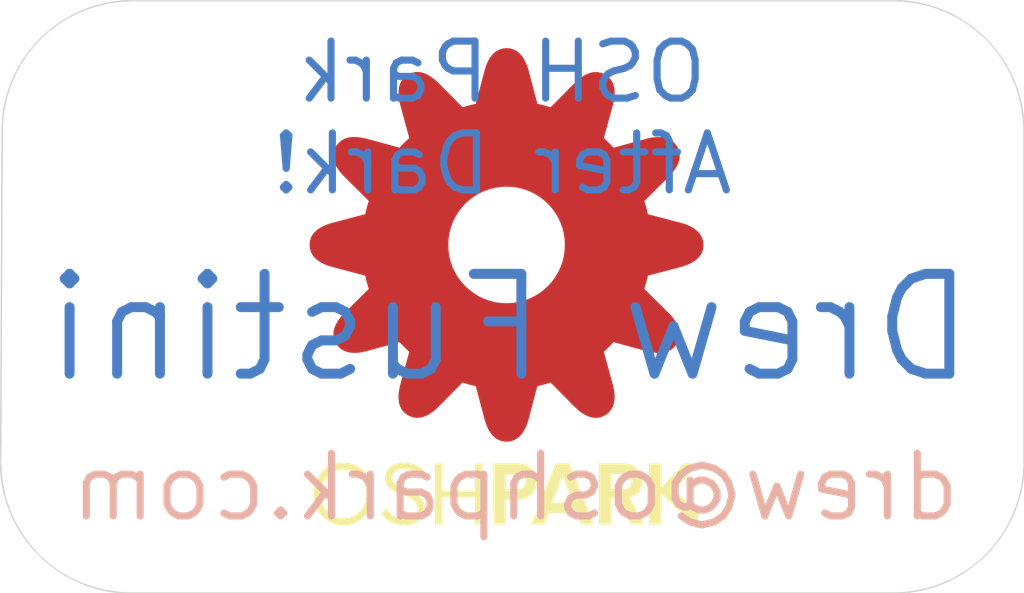
<source format=kicad_pcb>
(kicad_pcb (version 20190331) (host pcbnew "(5.1.0-373-ge808c7f95)")

  (general
    (thickness 1.6)
    (drawings 12)
    (tracks 0)
    (modules 1)
    (nets 1)
  )

  (page "A4")
  (layers
    (0 "F.Cu" signal)
    (31 "B.Cu" signal)
    (32 "B.Adhes" user)
    (33 "F.Adhes" user)
    (34 "B.Paste" user)
    (35 "F.Paste" user)
    (36 "B.SilkS" user)
    (37 "F.SilkS" user)
    (38 "B.Mask" user)
    (39 "F.Mask" user)
    (40 "Dwgs.User" user)
    (41 "Cmts.User" user)
    (42 "Eco1.User" user)
    (43 "Eco2.User" user)
    (44 "Edge.Cuts" user)
    (45 "Margin" user)
    (46 "B.CrtYd" user)
    (47 "F.CrtYd" user)
    (48 "B.Fab" user)
    (49 "F.Fab" user)
  )

  (setup
    (last_trace_width 0.25)
    (trace_clearance 0.2)
    (zone_clearance 0.508)
    (zone_45_only no)
    (trace_min 0.2)
    (via_size 0.8)
    (via_drill 0.4)
    (via_min_size 0.4)
    (via_min_drill 0.3)
    (uvia_size 0.3)
    (uvia_drill 0.1)
    (uvias_allowed no)
    (uvia_min_size 0.2)
    (uvia_min_drill 0.1)
    (edge_width 0.05)
    (segment_width 0.2)
    (pcb_text_width 0.3)
    (pcb_text_size 1.5 1.5)
    (mod_edge_width 0.12)
    (mod_text_size 1 1)
    (mod_text_width 0.15)
    (pad_size 1.524 1.524)
    (pad_drill 0.762)
    (pad_to_mask_clearance 0.051)
    (solder_mask_min_width 0.25)
    (aux_axis_origin 0 0)
    (visible_elements FFFFFF7F)
    (pcbplotparams
      (layerselection 0x010fc_ffffffff)
      (usegerberextensions false)
      (usegerberattributes false)
      (usegerberadvancedattributes false)
      (creategerberjobfile false)
      (excludeedgelayer true)
      (linewidth 0.100000)
      (plotframeref false)
      (viasonmask false)
      (mode 1)
      (useauxorigin false)
      (hpglpennumber 1)
      (hpglpenspeed 20)
      (hpglpendiameter 15.000000)
      (psnegative false)
      (psa4output false)
      (plotreference true)
      (plotvalue true)
      (plotinvisibletext false)
      (padsonsilk false)
      (subtractmaskfromsilk false)
      (outputformat 1)
      (mirror false)
      (drillshape 1)
      (scaleselection 1)
      (outputdirectory ""))
  )

  (net 0 "")

  (net_class "Default" "This is the default net class."
    (clearance 0.2)
    (trace_width 0.25)
    (via_dia 0.8)
    (via_drill 0.4)
    (uvia_dia 0.3)
    (uvia_drill 0.1)
  )

  (module "oshpark:OSH_small_silk" (layer "F.Cu") (tedit 5D571EF2) (tstamp 5D572782)
    (at 144.4244 71.8312)
    (descr "Imported from OSHPARK.svg")
    (tags "svg2mod")
    (attr smd)
    (fp_text reference "OSH_small" (at 0 -11.457835) (layer "F.Cu") hide
      (effects (font (size 1.524 1.524) (thickness 0.3048)))
    )
    (fp_text value "G***" (at 0 11.457835) (layer "F.Cu") hide
      (effects (font (size 1.524 1.524) (thickness 0.3048)))
    )
    (fp_poly (pts (xy 6.76111 6.120635) (xy 6.20884 6.120635) (xy 5.42765 6.959055) (xy 5.42765 6.120635)
      (xy 4.99557 6.120635) (xy 4.99557 8.266755) (xy 5.42765 8.266755) (xy 5.42765 7.193695)
      (xy 6.7096 8.409835) (xy 6.7096 7.831805) (xy 5.87118 7.056345) (xy 6.76111 6.120635)) (layer "F.SilkS") (width 0))
    (fp_poly (pts (xy 4.31659 7.328185) (xy 4.11009 7.022185) (xy 3.67228 7.022185) (xy 3.67228 6.495675)
      (xy 4.11009 6.495675) (xy 4.16319 6.500675) (xy 4.21239 6.515675) (xy 4.25669 6.539575)
      (xy 4.29509 6.571375) (xy 4.32669 6.610075) (xy 4.35039 6.654875) (xy 4.36539 6.704775)
      (xy 4.37039 6.758775) (xy 4.36539 6.812775) (xy 4.35069 6.862675) (xy 4.32729 6.907475)
      (xy 4.29609 6.946175) (xy 4.25789 6.977975) (xy 4.21359 7.001875) (xy 4.16399 7.016875)
      (xy 4.11009 7.021875) (xy 4.11009 7.022185) (xy 4.31659 7.328185) (xy 4.41049 7.296585)
      (xy 4.49619 7.251785) (xy 4.57229 7.194785) (xy 4.63749 7.126585) (xy 4.69049 7.048185)
      (xy 4.72989 6.960585) (xy 4.75449 6.864785) (xy 4.76249 6.761805) (xy 4.74979 6.631575)
      (xy 4.71319 6.510755) (xy 4.65509 6.401815) (xy 4.57799 6.307215) (xy 4.48419 6.229415)
      (xy 4.37621 6.170715) (xy 4.25643 6.133715) (xy 4.12726 6.120815) (xy 3.2402 6.120815)
      (xy 3.2402 8.266935) (xy 3.67228 8.266935) (xy 3.67228 7.356985) (xy 3.88403 7.356985)
      (xy 4.35332 8.266935) (xy 4.83691 8.266935) (xy 4.31612 7.328365) (xy 4.31659 7.328185)) (layer "F.SilkS") (width 0))
    (fp_poly (pts (xy 2.59844 8.266755) (xy 1.96319 6.558445) (xy 2.31515 7.505595) (xy 1.60836 7.505595)
      (xy 1.96319 6.558445) (xy 2.59844 8.266755) (xy 3.06487 8.266755) (xy 2.20355 6.120635)
      (xy 1.71996 6.120635) (xy 0.85865 8.266755) (xy 1.32508 8.266755) (xy 1.47674 7.860425)
      (xy 2.44678 7.860425) (xy 2.59844 8.266755)) (layer "F.SilkS") (width 0))
    (fp_poly (pts (xy 0.00118 -8.409695) (xy 0.00043 -3.623025) (xy 0.21316 -3.612325) (xy 0.41974 -3.580825)
      (xy 0.61914 -3.529525) (xy 0.81031 -3.459525) (xy 0.99219 -3.371925) (xy 1.16375 -3.267695)
      (xy 1.32394 -3.147905) (xy 1.4717 -3.013605) (xy 1.606 -2.865845) (xy 1.72579 -2.705655)
      (xy 1.83001 -2.534105) (xy 1.91761 -2.352215) (xy 1.98761 -2.161055) (xy 2.03891 -1.961655)
      (xy 2.07041 -1.755065) (xy 2.08111 -1.542335) (xy 2.07041 -1.329495) (xy 2.03891 -1.122805)
      (xy 1.98771 -0.923315) (xy 1.91781 -0.732055) (xy 1.83021 -0.550075) (xy 1.726 -0.378435)
      (xy 1.60622 -0.218175) (xy 1.47192 -0.070335) (xy 1.32415 0.064025) (xy 1.16396 0.183875)
      (xy 0.99238 0.288155) (xy 0.81047 0.375855) (xy 0.61928 0.445855) (xy 0.41984 0.497155)
      (xy 0.21321 0.528655) (xy 0.00043 0.539455) (xy -0.21235 0.528655) (xy -0.41897 0.497155)
      (xy -0.6184 0.445855) (xy -0.80958 0.375855) (xy -0.99147 0.288155) (xy -1.16302 0.183875)
      (xy -1.3232 0.064025) (xy -1.47095 -0.070335) (xy -1.60524 -0.218175) (xy -1.72501 -0.378435)
      (xy -1.82922 -0.550075) (xy -1.91682 -0.732055) (xy -1.98682 -0.923315) (xy -2.03812 -1.122805)
      (xy -2.06962 -1.329495) (xy -2.08032 -1.542335) (xy -2.06962 -1.755065) (xy -2.03812 -1.961655)
      (xy -1.98682 -2.161055) (xy -1.91682 -2.352215) (xy -1.82922 -2.534105) (xy -1.72501 -2.705655)
      (xy -1.60524 -2.865845) (xy -1.47095 -3.013605) (xy -1.3232 -3.147905) (xy -1.16302 -3.267695)
      (xy -0.99147 -3.371925) (xy -0.80958 -3.459525) (xy -0.6184 -3.529525) (xy -0.41897 -3.580825)
      (xy -0.21235 -3.612325) (xy 0.00043 -3.623025) (xy 0.00118 -8.409695) (xy -0.14129 -8.393995)
      (xy -0.2674 -8.349495) (xy -0.378 -8.279795) (xy -0.4739 -8.188495) (xy -0.556 -8.079355)
      (xy -0.6251 -7.956025) (xy -0.6821 -7.822195) (xy -0.7278 -7.681515) (xy -1.04856 -6.462625)
      (xy -1.30304 -6.403425) (xy -1.55293 -6.331225) (xy -2.43795 -7.223815) (xy -2.5541 -7.325575)
      (xy -2.67331 -7.414275) (xy -2.79523 -7.486675) (xy -2.91953 -7.539575) (xy -3.04586 -7.569675)
      (xy -3.17388 -7.573675) (xy -3.30323 -7.548275) (xy -3.43358 -7.490275) (xy -3.54913 -7.405275)
      (xy -3.63603 -7.303485) (xy -3.69693 -7.187695) (xy -3.73433 -7.060655) (xy -3.75073 -6.925095)
      (xy -3.74873 -6.783755) (xy -3.73103 -6.639375) (xy -3.70003 -6.494705) (xy -3.36893 -5.282225)
      (xy -3.55878 -5.102185) (xy -3.73879 -4.912505) (xy -4.95156 -5.242875) (xy -5.10317 -5.273475)
      (xy -5.25088 -5.290975) (xy -5.39277 -5.292975) (xy -5.5269 -5.276575) (xy -5.65135 -5.239375)
      (xy -5.76419 -5.178675) (xy -5.86349 -5.091975) (xy -5.94729 -4.976645) (xy -6.00489 -4.845335)
      (xy -6.02929 -4.713775) (xy -6.02429 -4.583095) (xy -5.99309 -4.454385) (xy -5.93949 -4.328745)
      (xy -5.86709 -4.207285) (xy -5.77959 -4.091105) (xy -5.68049 -3.981305) (xy -4.78848 -3.096875)
      (xy -4.86248 -2.846755) (xy -4.92388 -2.591195) (xy -6.13913 -2.271315) (xy -6.28557 -2.221815)
      (xy -6.42211 -2.163015) (xy -6.54579 -2.093715) (xy -6.65364 -2.012515) (xy -6.74264 -1.918115)
      (xy -6.80994 -1.809295) (xy -6.85244 -1.684715) (xy -6.86724 -1.543065) (xy -6.85154 -1.400675)
      (xy -6.80704 -1.274595) (xy -6.73724 -1.163985) (xy -6.64594 -1.068085) (xy -6.5368 -0.985985)
      (xy -6.41347 -0.916885) (xy -6.27964 -0.859985) (xy -6.13897 -0.814385) (xy -4.92372 -0.494365)
      (xy -4.86232 -0.239235) (xy -4.78842 0.010885) (xy -5.68043 0.895605) (xy -5.78261 1.011585)
      (xy -5.87161 1.130695) (xy -5.94411 1.252585) (xy -5.99701 1.376885) (xy -6.02701 1.503265)
      (xy -6.03101 1.631355) (xy -6.00551 1.760795) (xy -5.94741 1.891235) (xy -5.86251 2.006695)
      (xy -5.76079 2.093495) (xy -5.64502 2.154295) (xy -5.51794 2.191595) (xy -5.38232 2.207995)
      (xy -5.24091 2.205995) (xy -5.09648 2.188395) (xy -4.95178 2.157595) (xy -3.73916 1.826495)
      (xy -3.55915 2.015885) (xy -3.36929 2.196065) (xy -3.70039 3.409125) (xy -3.73109 3.560565)
      (xy -3.74869 3.708175) (xy -3.75069 3.850005) (xy -3.73429 3.984105) (xy -3.69709 4.108515)
      (xy -3.63639 4.221295) (xy -3.54959 4.320495) (xy -3.43416 4.404195) (xy -3.30285 4.461895)
      (xy -3.17132 4.486395) (xy -3.04066 4.481395) (xy -2.91197 4.450195) (xy -2.78636 4.396595)
      (xy -2.66492 4.324295) (xy -2.54876 4.236795) (xy -2.43897 4.137795) (xy -1.55409 3.245195)
      (xy -1.30401 3.319295) (xy -1.0487 3.380995) (xy -0.72882 4.596245) (xy -0.67942 4.742405)
      (xy -0.62072 4.878745) (xy -0.55142 5.002265) (xy -0.47012 5.110005) (xy -0.37562 5.199005)
      (xy -0.26663 5.266305) (xy -0.14183 5.308805) (xy 0.0001 5.323605) (xy 0.1423 5.307905)
      (xy 0.26821 5.263405) (xy 0.37868 5.193705) (xy 0.47448 5.102505) (xy 0.55658 4.993495)
      (xy 0.62568 4.870315) (xy 0.68268 4.736655) (xy 0.72838 4.596185) (xy 1.04825 3.380645)
      (xy 1.30343 3.319445) (xy 1.55379 3.245445) (xy 2.43852 4.137905) (xy 2.55442 4.240085)
      (xy 2.67348 4.329085) (xy 2.79535 4.401685) (xy 2.91965 4.454585) (xy 3.04602 4.484585)
      (xy 3.17409 4.488585) (xy 3.30349 4.462985) (xy 3.43386 4.404785) (xy 3.5493 4.319985)
      (xy 3.6361 4.218365) (xy 3.6969 4.102685) (xy 3.7342 3.975695) (xy 3.7507 3.840155)
      (xy 3.7487 3.698805) (xy 3.7312 3.554415) (xy 3.7006 3.409725) (xy 3.36921 2.196675)
      (xy 3.55866 2.016495) (xy 3.73849 1.827095) (xy 4.95155 2.158195) (xy 5.10316 2.188595)
      (xy 5.25086 2.205995) (xy 5.39274 2.207995) (xy 5.52685 2.191495) (xy 5.65126 2.154195)
      (xy 5.76405 2.093495) (xy 5.86325 2.006695) (xy 5.94695 1.891265) (xy 6.00455 1.759975)
      (xy 6.02895 1.628485) (xy 6.02395 1.497875) (xy 5.99275 1.369255) (xy 5.93915 1.243685)
      (xy 5.86685 1.122265) (xy 5.77935 1.006085) (xy 5.68035 0.896225) (xy 4.78804 0.011495)
      (xy 4.86214 -0.238625) (xy 4.92344 -0.493755) (xy 6.13868 -0.813785) (xy 6.28522 -0.863185)
      (xy 6.42183 -0.921885) (xy 6.54556 -0.991285) (xy 6.65344 -1.072585) (xy 6.74254 -1.167085)
      (xy 6.80984 -1.276075) (xy 6.85244 -1.400845) (xy 6.86724 -1.542705) (xy 6.85194 -1.684715)
      (xy 6.80764 -1.810495) (xy 6.73804 -1.920855) (xy 6.64694 -2.016655) (xy 6.53789 -2.098655)
      (xy 6.41461 -2.167755) (xy 6.2808 -2.224755) (xy 6.14013 -2.270455) (xy 4.92488 -2.590335)
      (xy 4.86358 -2.845855) (xy 4.78948 -3.095735) (xy 5.68179 -3.980895) (xy 5.78395 -4.096695)
      (xy 5.87285 -4.215675) (xy 5.94535 -4.337485) (xy 5.99815 -4.461745) (xy 6.02805 -4.588095)
      (xy 6.03205 -4.716185) (xy 6.00655 -4.845635) (xy 5.94845 -4.976085) (xy 5.86365 -5.091375)
      (xy 5.76206 -5.178075) (xy 5.64641 -5.238875) (xy 5.51943 -5.276175) (xy 5.38387 -5.292675)
      (xy 5.24246 -5.290675) (xy 5.09796 -5.273075) (xy 4.9531 -5.242275) (xy 3.74019 -4.911755)
      (xy 3.5604 -5.101105) (xy 3.3712 -5.281035) (xy 3.70215 -6.493945) (xy 3.73265 -6.645465)
      (xy 3.75005 -6.793085) (xy 3.75205 -6.934915) (xy 3.73565 -7.069005) (xy 3.69835 -7.193445)
      (xy 3.63755 -7.306295) (xy 3.55075 -7.405695) (xy 3.43522 -7.489595) (xy 3.30408 -7.547095)
      (xy 3.17265 -7.571395) (xy 3.04204 -7.566395) (xy 2.91335 -7.535095) (xy 2.78769 -7.481395)
      (xy 2.66618 -7.408995) (xy 2.54992 -7.321595) (xy 2.44003 -7.222795) (xy 1.55545 -6.330485)
      (xy 1.30598 -6.402785) (xy 1.05107 -6.462485) (xy 0.73018 -7.681375) (xy 0.68058 -7.827915)
      (xy 0.62168 -7.964525) (xy 0.55228 -8.088255) (xy 0.47098 -8.196135) (xy 0.37658 -8.285235)
      (xy 0.2677 -8.352535) (xy 0.14304 -8.395035) (xy 0.0013 -8.409835) (xy 0.00118 -8.409695)) (layer "F.Cu") (width 0.073847))
    (fp_poly (pts (xy 0.42791 6.120635) (xy -0.02711 6.495535) (xy 0.38781 6.495535) (xy 0.44521 6.500535)
      (xy 0.49851 6.515035) (xy 0.54661 6.538335) (xy 0.58851 6.569635) (xy 0.62301 6.608335)
      (xy 0.64901 6.653735) (xy 0.66541 6.705135) (xy 0.67141 6.761735) (xy 0.66541 6.820135)
      (xy 0.64901 6.872535) (xy 0.62301 6.918535) (xy 0.58851 6.957435) (xy 0.54661 6.988635)
      (xy 0.49851 7.011635) (xy 0.44521 7.025835) (xy 0.38781 7.030835) (xy 0.38781 7.030635)
      (xy -0.02711 7.030635) (xy -0.02711 6.495535) (xy 0.42791 6.120635) (xy -0.45915 6.120635)
      (xy -0.45915 8.266755) (xy -0.02707 8.266755) (xy -0.02707 7.382555) (xy 0.42791 7.382555)
      (xy 0.5579 7.370355) (xy 0.67807 7.335055) (xy 0.78609 7.278855) (xy 0.87969 7.203855)
      (xy 0.95649 7.112155) (xy 1.01419 7.006005) (xy 1.05049 6.887525) (xy 1.06309 6.758845)
      (xy 1.05049 6.630375) (xy 1.01419 6.510655) (xy 0.95649 6.402275) (xy 0.87969 6.307775)
      (xy 0.78609 6.229775) (xy 0.67807 6.170875) (xy 0.5579 6.133675) (xy 0.42791 6.120675)
      (xy 0.42791 6.120635)) (layer "F.SilkS") (width 0))
    (fp_poly (pts (xy -1.10433 6.120635) (xy -1.10433 7.076375) (xy -2.24607 7.076375) (xy -2.24607 6.120635)
      (xy -2.50646 6.120635) (xy -2.50646 8.266755) (xy -2.24607 8.266755) (xy -2.24607 7.311015)
      (xy -1.10433 7.311015) (xy -1.10433 8.266755) (xy -0.84394 8.266755) (xy -0.84394 6.120635)
      (xy -1.10433 6.120635)) (layer "F.SilkS") (width 0))
    (fp_poly (pts (xy -3.5907 8.295375) (xy -3.44187 8.286375) (xy -3.30406 8.258975) (xy -3.18001 8.212975)
      (xy -3.07241 8.147975) (xy -2.98401 8.063675) (xy -2.91751 7.959725) (xy -2.87561 7.835805)
      (xy -2.86101 7.691555) (xy -2.87691 7.552235) (xy -2.92141 7.434915) (xy -2.98981 7.336615)
      (xy -3.07751 7.254415) (xy -3.17982 7.185415) (xy -3.29208 7.126615) (xy -3.52784 7.027715)
      (xy -3.70664 6.955515) (xy -3.85727 6.872815) (xy -3.91627 6.823915) (xy -3.96127 6.768115)
      (xy -3.98997 6.703915) (xy -4.00007 6.629915) (xy -3.99207 6.554915) (xy -3.96807 6.490615)
      (xy -3.93017 6.436915) (xy -3.88027 6.393515) (xy -3.82017 6.360115) (xy -3.75177 6.336615)
      (xy -3.67677 6.322615) (xy -3.59697 6.317615) (xy -3.50107 6.322615) (xy -3.41297 6.336315)
      (xy -3.33277 6.358215) (xy -3.26037 6.387715) (xy -3.19597 6.424015) (xy -3.13947 6.466415)
      (xy -3.05047 6.566885) (xy -2.87592 6.389475) (xy -2.93462 6.327375) (xy -3.00322 6.270575)
      (xy -3.08132 6.219875) (xy -3.16862 6.176275) (xy -3.26472 6.140775) (xy -3.36936 6.114275)
      (xy -3.48217 6.097675) (xy -3.60284 6.091675) (xy -3.73476 6.100675) (xy -3.85823 6.127675)
      (xy -3.97043 6.172275) (xy -4.06853 6.234275) (xy -4.14973 6.313275) (xy -4.21123 6.408975)
      (xy -4.25023 6.521165) (xy -4.26383 6.649475) (xy -4.24983 6.769025) (xy -4.21043 6.869725)
      (xy -4.14943 6.954225) (xy -4.07063 7.025125) (xy -3.97793 7.085025) (xy -3.87509 7.136525)
      (xy -3.6543 7.224725) (xy -3.4565 7.304325) (xy -3.3666 7.348925) (xy -3.2866 7.399625)
      (xy -3.2195 7.458525) (xy -3.1682 7.527725) (xy -3.1357 7.609325) (xy -3.1249 7.705425)
      (xy -3.1349 7.789025) (xy -3.1618 7.860025) (xy -3.2038 7.918825) (xy -3.2593 7.965825)
      (xy -3.3266 8.001625) (xy -3.404 8.026625) (xy -3.4899 8.041225) (xy -3.5826 8.046225)
      (xy -3.69075 8.039225) (xy -3.79323 8.020125) (xy -3.88863 7.989225) (xy -3.97563 7.947425)
      (xy -4.05283 7.895625) (xy -4.11893 7.834625) (xy -4.17243 7.765125) (xy -4.21203 7.688125)
      (xy -4.40088 7.879845) (xy -4.33778 7.967545) (xy -4.26108 8.047345) (xy -4.17208 8.118045)
      (xy -4.07218 8.178545) (xy -3.96276 8.227645) (xy -3.84518 8.264145) (xy -3.72084 8.286945)
      (xy -3.59109 8.294945) (xy -3.5907 8.295375)) (layer "F.SilkS") (width 0))
    (fp_poly (pts (xy -5.71389 8.295375) (xy -5.71389 8.046425) (xy -5.88469 8.029425) (xy -6.03947 7.980425)
      (xy -6.17614 7.902625) (xy -6.29262 7.799265) (xy -6.38682 7.673515) (xy -6.45672 7.528545)
      (xy -6.50022 7.367545) (xy -6.51512 7.193705) (xy -6.50022 7.019865) (xy -6.45672 6.858865)
      (xy -6.38682 6.713895) (xy -6.29262 6.588145) (xy -6.17614 6.484785) (xy -6.03947 6.406985)
      (xy -5.88469 6.357985) (xy -5.71389 6.340985) (xy -5.54238 6.357985) (xy -5.38754 6.406985)
      (xy -5.25128 6.484785) (xy -5.13551 6.588145) (xy -5.04211 6.713895) (xy -4.97301 6.858865)
      (xy -4.93021 7.019865) (xy -4.91551 7.193705) (xy -4.93021 7.367545) (xy -4.97301 7.528545)
      (xy -5.04211 7.673515) (xy -5.13551 7.799265) (xy -5.25128 7.902625) (xy -5.38754 7.980425)
      (xy -5.54238 8.029425) (xy -5.71389 8.046425) (xy -5.71389 8.295375) (xy -5.60215 8.289375)
      (xy -5.49471 8.272675) (xy -5.39197 8.245575) (xy -5.29437 8.208575) (xy -5.20217 8.162275)
      (xy -5.11587 8.107175) (xy -5.03597 8.043775) (xy -4.96277 7.972775) (xy -4.89667 7.894575)
      (xy -4.83807 7.809775) (xy -4.78737 7.718975) (xy -4.74497 7.622675) (xy -4.71127 7.521405)
      (xy -4.68667 7.415745) (xy -4.67167 7.306225) (xy -4.66667 7.193415) (xy -4.67167 7.080595)
      (xy -4.68667 6.971085) (xy -4.71127 6.865415) (xy -4.74497 6.764145) (xy -4.78737 6.667845)
      (xy -4.83807 6.577045) (xy -4.89667 6.492245) (xy -4.96277 6.414045) (xy -5.03597 6.342945)
      (xy -5.11587 6.279545) (xy -5.20217 6.224445) (xy -5.29437 6.178145) (xy -5.39197 6.141145)
      (xy -5.49471 6.114045) (xy -5.60215 6.097345) (xy -5.71389 6.091345) (xy -5.82609 6.097345)
      (xy -5.93388 6.114045) (xy -6.03687 6.141145) (xy -6.13467 6.178145) (xy -6.22687 6.224445)
      (xy -6.31307 6.279545) (xy -6.39297 6.342945) (xy -6.46607 6.414045) (xy -6.53207 6.492245)
      (xy -6.59047 6.577045) (xy -6.64097 6.667845) (xy -6.68317 6.764145) (xy -6.71667 6.865415)
      (xy -6.74107 6.971085) (xy -6.75597 7.080595) (xy -6.76097 7.193415) (xy -6.75597 7.306225)
      (xy -6.74107 7.415745) (xy -6.71667 7.521405) (xy -6.68317 7.622675) (xy -6.64097 7.718975)
      (xy -6.59047 7.809775) (xy -6.53207 7.894575) (xy -6.46607 7.972775) (xy -6.39297 8.043775)
      (xy -6.31307 8.107175) (xy -6.22687 8.162275) (xy -6.13467 8.208575) (xy -6.03687 8.245575)
      (xy -5.93388 8.272675) (xy -5.82609 8.289375) (xy -5.71389 8.295375)) (layer "F.SilkS") (width 0))
  )

  (gr_text "drew@oshpark.com" (at 144.7292 78.7908) (layer "B.SilkS") (tstamp 5D57279B)
    (effects (font (size 2.2 2.2) (thickness 0.25)) (justify mirror))
  )
  (gr_text "Drew Fustini" (at 144.526 73.2028) (layer "B.Mask") (tstamp 5D570DC8)
    (effects (font (size 3.5 3.5) (thickness 0.35)) (justify mirror))
  )
  (gr_text "Drew Fustini" (at 144.526 73.2028) (layer "B.Cu") (tstamp 5D3E808C)
    (effects (font (size 3.5 3.5) (thickness 0.35)) (justify mirror))
  )
  (gr_text "OSH Park\nAfter Dark!" (at 144.272 65.8368) (layer "B.Cu") (tstamp 5D570921)
    (effects (font (size 2 2) (thickness 0.25)) (justify mirror))
  )
  (gr_line (start 126.746 66.294) (end 126.6952 77.9272) (layer "Edge.Cuts") (width 0.05) (tstamp 5CD3EA20))
  (gr_line (start 157.988 82.4992) (end 131.2672 82.4992) (layer "Edge.Cuts") (width 0.05) (tstamp 5CD3EA01))
  (gr_line (start 162.56 66.294) (end 162.56 77.9272) (layer "Edge.Cuts") (width 0.05) (tstamp 5CD3E9C1))
  (gr_line (start 131.318 61.722) (end 157.988 61.722) (layer "Edge.Cuts") (width 0.05) (tstamp 5CD3E9A9))
  (gr_arc (start 157.988 77.9272) (end 157.988 82.4992) (angle -90) (layer "Edge.Cuts") (width 0.05) (tstamp 5CD3E94D))
  (gr_arc (start 131.2672 77.9272) (end 126.6952 77.9272) (angle -90) (layer "Edge.Cuts") (width 0.05) (tstamp 5CD3E932))
  (gr_arc (start 131.318 66.294) (end 131.318 61.722) (angle -90) (layer "Edge.Cuts") (width 0.05) (tstamp 5CD3E8FE))
  (gr_arc (start 157.988 66.294) (end 162.56 66.294) (angle -90) (layer "Edge.Cuts") (width 0.05))

)

</source>
